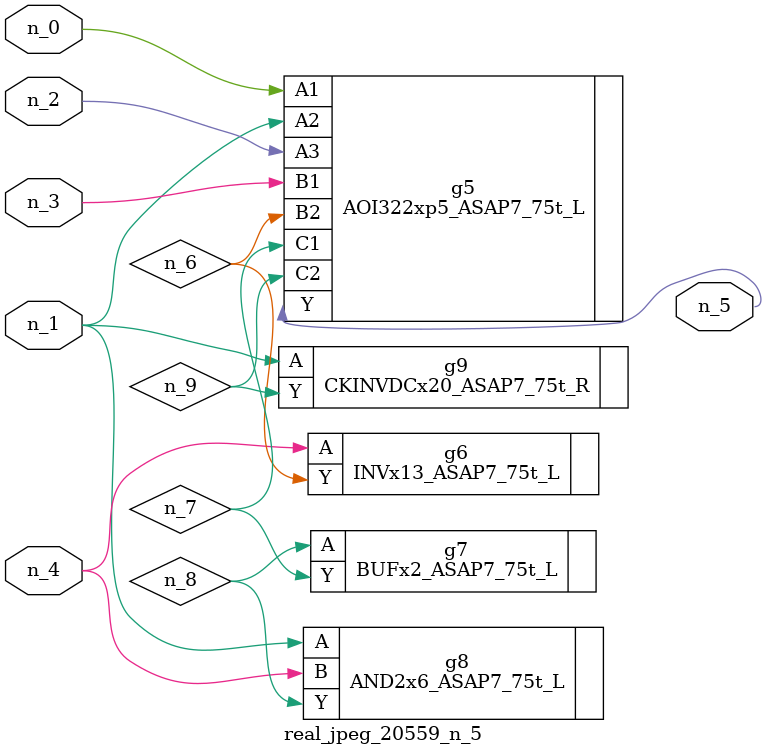
<source format=v>
module real_jpeg_20559_n_5 (n_4, n_0, n_1, n_2, n_3, n_5);

input n_4;
input n_0;
input n_1;
input n_2;
input n_3;

output n_5;

wire n_8;
wire n_6;
wire n_7;
wire n_9;

AOI322xp5_ASAP7_75t_L g5 ( 
.A1(n_0),
.A2(n_1),
.A3(n_2),
.B1(n_3),
.B2(n_6),
.C1(n_7),
.C2(n_9),
.Y(n_5)
);

AND2x6_ASAP7_75t_L g8 ( 
.A(n_1),
.B(n_4),
.Y(n_8)
);

CKINVDCx20_ASAP7_75t_R g9 ( 
.A(n_1),
.Y(n_9)
);

INVx13_ASAP7_75t_L g6 ( 
.A(n_4),
.Y(n_6)
);

BUFx2_ASAP7_75t_L g7 ( 
.A(n_8),
.Y(n_7)
);


endmodule
</source>
